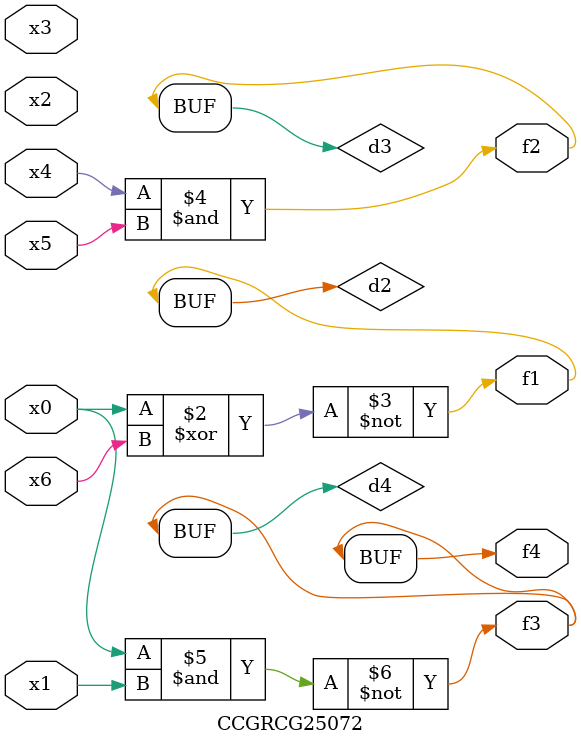
<source format=v>
module CCGRCG25072(
	input x0, x1, x2, x3, x4, x5, x6,
	output f1, f2, f3, f4
);

	wire d1, d2, d3, d4;

	nor (d1, x0);
	xnor (d2, x0, x6);
	and (d3, x4, x5);
	nand (d4, x0, x1);
	assign f1 = d2;
	assign f2 = d3;
	assign f3 = d4;
	assign f4 = d4;
endmodule

</source>
